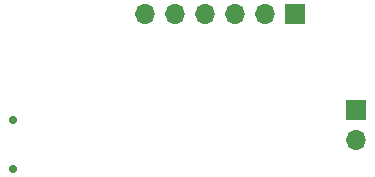
<source format=gbs>
%TF.GenerationSoftware,KiCad,Pcbnew,(5.99.0-6951-g72beaf1538)*%
%TF.CreationDate,2020-11-29T14:33:23+11:00*%
%TF.ProjectId,contact-block-v4,636f6e74-6163-4742-9d62-6c6f636b2d76,rev?*%
%TF.SameCoordinates,Original*%
%TF.FileFunction,Soldermask,Bot*%
%TF.FilePolarity,Negative*%
%FSLAX46Y46*%
G04 Gerber Fmt 4.6, Leading zero omitted, Abs format (unit mm)*
G04 Created by KiCad (PCBNEW (5.99.0-6951-g72beaf1538)) date 2020-11-29 14:33:23*
%MOMM*%
%LPD*%
G01*
G04 APERTURE LIST*
%ADD10C,0.700000*%
%ADD11R,1.700000X1.700000*%
%ADD12O,1.700000X1.700000*%
G04 APERTURE END LIST*
D10*
%TO.C,J1*%
X100113000Y-84666000D03*
X100113000Y-88816000D03*
%TD*%
D11*
%TO.C,J3*%
X129159000Y-83820000D03*
D12*
X129159000Y-86360000D03*
%TD*%
D11*
%TO.C,J2*%
X123952000Y-75692000D03*
D12*
X121412000Y-75692000D03*
X118872000Y-75692000D03*
X116332000Y-75692000D03*
X113792000Y-75692000D03*
X111252000Y-75692000D03*
%TD*%
M02*

</source>
